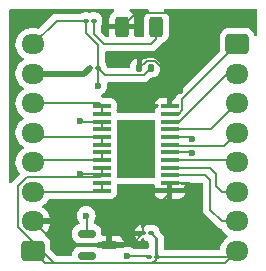
<source format=gbr>
%TF.GenerationSoftware,KiCad,Pcbnew,8.0.2-8.0.2-0~ubuntu22.04.1*%
%TF.CreationDate,2024-06-01T15:22:32+09:00*%
%TF.ProjectId,TB6612,54423636-3132-42e6-9b69-6361645f7063,rev?*%
%TF.SameCoordinates,Original*%
%TF.FileFunction,Copper,L1,Top*%
%TF.FilePolarity,Positive*%
%FSLAX46Y46*%
G04 Gerber Fmt 4.6, Leading zero omitted, Abs format (unit mm)*
G04 Created by KiCad (PCBNEW 8.0.2-8.0.2-0~ubuntu22.04.1) date 2024-06-01 15:22:32*
%MOMM*%
%LPD*%
G01*
G04 APERTURE LIST*
G04 Aperture macros list*
%AMRoundRect*
0 Rectangle with rounded corners*
0 $1 Rounding radius*
0 $2 $3 $4 $5 $6 $7 $8 $9 X,Y pos of 4 corners*
0 Add a 4 corners polygon primitive as box body*
4,1,4,$2,$3,$4,$5,$6,$7,$8,$9,$2,$3,0*
0 Add four circle primitives for the rounded corners*
1,1,$1+$1,$2,$3*
1,1,$1+$1,$4,$5*
1,1,$1+$1,$6,$7*
1,1,$1+$1,$8,$9*
0 Add four rect primitives between the rounded corners*
20,1,$1+$1,$2,$3,$4,$5,0*
20,1,$1+$1,$4,$5,$6,$7,0*
20,1,$1+$1,$6,$7,$8,$9,0*
20,1,$1+$1,$8,$9,$2,$3,0*%
G04 Aperture macros list end*
%TA.AperFunction,SMDPad,CuDef*%
%ADD10RoundRect,0.100000X-0.675000X-0.100000X0.675000X-0.100000X0.675000X0.100000X-0.675000X0.100000X0*%
%TD*%
%TA.AperFunction,HeatsinkPad*%
%ADD11R,3.200000X5.000000*%
%TD*%
%TA.AperFunction,SMDPad,CuDef*%
%ADD12RoundRect,0.250000X-0.312500X-0.625000X0.312500X-0.625000X0.312500X0.625000X-0.312500X0.625000X0*%
%TD*%
%TA.AperFunction,SMDPad,CuDef*%
%ADD13RoundRect,0.100000X-0.130000X-0.100000X0.130000X-0.100000X0.130000X0.100000X-0.130000X0.100000X0*%
%TD*%
%TA.AperFunction,ComponentPad*%
%ADD14RoundRect,0.250000X-0.725000X0.600000X-0.725000X-0.600000X0.725000X-0.600000X0.725000X0.600000X0*%
%TD*%
%TA.AperFunction,ComponentPad*%
%ADD15O,1.950000X1.700000*%
%TD*%
%TA.AperFunction,ComponentPad*%
%ADD16RoundRect,0.250000X0.725000X-0.600000X0.725000X0.600000X-0.725000X0.600000X-0.725000X-0.600000X0*%
%TD*%
%TA.AperFunction,SMDPad,CuDef*%
%ADD17RoundRect,0.150000X-0.587500X-0.150000X0.587500X-0.150000X0.587500X0.150000X-0.587500X0.150000X0*%
%TD*%
%TA.AperFunction,SMDPad,CuDef*%
%ADD18RoundRect,0.140000X-0.140000X-0.170000X0.140000X-0.170000X0.140000X0.170000X-0.140000X0.170000X0*%
%TD*%
%TA.AperFunction,SMDPad,CuDef*%
%ADD19RoundRect,0.100000X0.130000X0.100000X-0.130000X0.100000X-0.130000X-0.100000X0.130000X-0.100000X0*%
%TD*%
%TA.AperFunction,ViaPad*%
%ADD20C,0.600000*%
%TD*%
%TA.AperFunction,Conductor*%
%ADD21C,0.200000*%
%TD*%
%TA.AperFunction,Conductor*%
%ADD22C,0.500000*%
%TD*%
G04 APERTURE END LIST*
D10*
%TO.P,U1,1,AO1*%
%TO.N,Net-(J1-Pin_6)*%
X140325000Y-89255000D03*
%TO.P,U1,2,AO1*%
X140325000Y-89905000D03*
%TO.P,U1,3,PGND1*%
%TO.N,8*%
X140325000Y-90555000D03*
%TO.P,U1,4,PGND1*%
X140325000Y-91205000D03*
%TO.P,U1,5,AO2*%
%TO.N,Net-(J1-Pin_5)*%
X140325000Y-91855000D03*
%TO.P,U1,6,AO2*%
X140325000Y-92505000D03*
%TO.P,U1,7,BO2*%
%TO.N,Net-(J1-Pin_4)*%
X140325000Y-93155000D03*
%TO.P,U1,8,BO2*%
X140325000Y-93805000D03*
%TO.P,U1,9,PGND2*%
%TO.N,8*%
X140325000Y-94455000D03*
%TO.P,U1,10,PGND2*%
X140325000Y-95105000D03*
%TO.P,U1,11,BO1*%
%TO.N,Net-(J1-Pin_3)*%
X140325000Y-95755000D03*
%TO.P,U1,12,BO1*%
X140325000Y-96405000D03*
%TO.P,U1,13,VM2*%
%TO.N,VM*%
X146075000Y-96405000D03*
%TO.P,U1,14,VM3*%
X146075000Y-95755000D03*
%TO.P,U1,15,PWMB*%
%TO.N,Net-(J2-Pin_7)*%
X146075000Y-95105000D03*
%TO.P,U1,16,BIN2*%
%TO.N,Net-(J2-Pin_6)*%
X146075000Y-94455000D03*
%TO.P,U1,17,BIN1*%
%TO.N,Net-(J2-Pin_5)*%
X146075000Y-93805000D03*
%TO.P,U1,18,GND*%
%TO.N,8*%
X146075000Y-93155000D03*
%TO.P,U1,19,STBY*%
%TO.N,Net-(J2-Pin_4)*%
X146075000Y-92505000D03*
%TO.P,U1,20,Vcc*%
%TO.N,VCC*%
X146075000Y-91855000D03*
%TO.P,U1,21,AIN1*%
%TO.N,Net-(J2-Pin_3)*%
X146075000Y-91205000D03*
%TO.P,U1,22,AIN2*%
%TO.N,Net-(J2-Pin_2)*%
X146075000Y-90555000D03*
%TO.P,U1,23,PWMA*%
%TO.N,Net-(J2-Pin_1)*%
X146075000Y-89905000D03*
%TO.P,U1,24,VM1*%
%TO.N,VM*%
X146075000Y-89255000D03*
D11*
%TO.P,U1,25*%
%TO.N,N/C*%
X143200000Y-92830000D03*
%TD*%
D12*
%TO.P,R2,1*%
%TO.N,VM*%
X142037500Y-82500000D03*
%TO.P,R2,2*%
%TO.N,Net-(C1-Pad1)*%
X144962500Y-82500000D03*
%TD*%
D13*
%TO.P,R1,1*%
%TO.N,Net-(D1-A)*%
X144360000Y-102000000D03*
%TO.P,R1,2*%
%TO.N,8*%
X145000000Y-102000000D03*
%TD*%
D14*
%TO.P,J2,1,Pin_1*%
%TO.N,Net-(J2-Pin_1)*%
X151800000Y-84000000D03*
D15*
%TO.P,J2,2,Pin_2*%
%TO.N,Net-(J2-Pin_2)*%
X151800000Y-86500000D03*
%TO.P,J2,3,Pin_3*%
%TO.N,Net-(J2-Pin_3)*%
X151800000Y-89000000D03*
%TO.P,J2,4,Pin_4*%
%TO.N,Net-(J2-Pin_4)*%
X151800000Y-91500000D03*
%TO.P,J2,5,Pin_5*%
%TO.N,Net-(J2-Pin_5)*%
X151800000Y-94000000D03*
%TO.P,J2,6,Pin_6*%
%TO.N,Net-(J2-Pin_6)*%
X151800000Y-96500000D03*
%TO.P,J2,7,Pin_7*%
%TO.N,Net-(J2-Pin_7)*%
X151800000Y-99000000D03*
%TO.P,J2,8,Pin_8*%
%TO.N,8*%
X151800000Y-101500000D03*
%TD*%
%TO.P,J1,8,Pin_8*%
%TO.N,8*%
X134500000Y-84000000D03*
%TO.P,J1,7,Pin_7*%
%TO.N,VCC*%
X134500000Y-86500000D03*
%TO.P,J1,6,Pin_6*%
%TO.N,Net-(J1-Pin_6)*%
X134500000Y-89000000D03*
%TO.P,J1,5,Pin_5*%
%TO.N,Net-(J1-Pin_5)*%
X134500000Y-91500000D03*
%TO.P,J1,4,Pin_4*%
%TO.N,Net-(J1-Pin_4)*%
X134500000Y-94000000D03*
%TO.P,J1,3,Pin_3*%
%TO.N,Net-(J1-Pin_3)*%
X134500000Y-96500000D03*
%TO.P,J1,2,Pin_2*%
%TO.N,VM*%
X134500000Y-99000000D03*
D16*
%TO.P,J1,1,Pin_1*%
%TO.N,8*%
X134500000Y-101500000D03*
%TD*%
D17*
%TO.P,D1,1,A*%
%TO.N,Net-(D1-A)*%
X139062500Y-100050000D03*
%TO.P,D1,2,NC*%
%TO.N,unconnected-(D1-NC-Pad2)*%
X139062500Y-101950000D03*
%TO.P,D1,3,K*%
%TO.N,VM*%
X140937500Y-101000000D03*
%TD*%
D18*
%TO.P,C4,1*%
%TO.N,VM*%
X143520000Y-86000000D03*
%TO.P,C4,2*%
%TO.N,8*%
X144480000Y-86000000D03*
%TD*%
D13*
%TO.P,C3,1*%
%TO.N,VM*%
X143860000Y-100000000D03*
%TO.P,C3,2*%
%TO.N,8*%
X144500000Y-100000000D03*
%TD*%
%TO.P,C2,1*%
%TO.N,VCC*%
X139360000Y-86000000D03*
%TO.P,C2,2*%
%TO.N,8*%
X140000000Y-86000000D03*
%TD*%
D19*
%TO.P,C1,1*%
%TO.N,Net-(C1-Pad1)*%
X139640000Y-82000000D03*
%TO.P,C1,2*%
%TO.N,8*%
X139000000Y-82000000D03*
%TD*%
D20*
%TO.N,8*%
X138500000Y-90500000D03*
X140000000Y-87500000D03*
X138500000Y-95000000D03*
X148000000Y-93205000D03*
%TO.N,VM*%
X146975735Y-87975735D03*
X148000000Y-96000000D03*
%TO.N,Net-(D1-A)*%
X142500000Y-101950000D03*
X139000000Y-98500000D03*
%TO.N,VCC*%
X148000000Y-92000000D03*
%TD*%
D21*
%TO.N,8*%
X144500000Y-100000000D02*
X144890000Y-100390000D01*
X144890000Y-100390000D02*
X144890000Y-102268456D01*
X144890000Y-102268456D02*
X144608456Y-102550000D01*
X144608456Y-102550000D02*
X136298654Y-102550000D01*
X136298654Y-102550000D02*
X133225000Y-99476346D01*
X133225000Y-99476346D02*
X133225000Y-96023654D01*
X140175000Y-95255000D02*
X140325000Y-95105000D01*
X133225000Y-96023654D02*
X133993654Y-95255000D01*
X133993654Y-95255000D02*
X140175000Y-95255000D01*
X140325000Y-90555000D02*
X138555000Y-90555000D01*
X138555000Y-90555000D02*
X138500000Y-90500000D01*
X140325000Y-90555000D02*
X140325000Y-91205000D01*
X140000000Y-87500000D02*
X140000000Y-86000000D01*
X146075000Y-93155000D02*
X147950000Y-93155000D01*
X147950000Y-93155000D02*
X148000000Y-93205000D01*
X138500000Y-95000000D02*
X140220000Y-95000000D01*
X140220000Y-95000000D02*
X140325000Y-95105000D01*
X140325000Y-94455000D02*
X140325000Y-95105000D01*
%TO.N,VM*%
X146075000Y-95755000D02*
X147755000Y-95755000D01*
X147755000Y-95755000D02*
X148000000Y-96000000D01*
X146975735Y-87975735D02*
X146075000Y-88876470D01*
X146075000Y-88876470D02*
X146075000Y-89255000D01*
%TO.N,Net-(D1-A)*%
X139062500Y-100050000D02*
X139062500Y-98562500D01*
X139062500Y-98562500D02*
X139000000Y-98500000D01*
X142500000Y-101950000D02*
X144310000Y-101950000D01*
X144310000Y-101950000D02*
X144360000Y-102000000D01*
%TO.N,8*%
X134500000Y-101500000D02*
X135550000Y-102550000D01*
X135550000Y-102550000D02*
X150750000Y-102550000D01*
X150750000Y-102550000D02*
X151800000Y-101500000D01*
%TO.N,Net-(J2-Pin_4)*%
X151800000Y-91500000D02*
X150700000Y-92600000D01*
X150700000Y-92600000D02*
X146170000Y-92600000D01*
X146170000Y-92600000D02*
X146075000Y-92505000D01*
%TO.N,Net-(J1-Pin_6)*%
X140325000Y-89255000D02*
X140325000Y-89905000D01*
X134500000Y-89000000D02*
X140070000Y-89000000D01*
X140070000Y-89000000D02*
X140325000Y-89255000D01*
%TO.N,Net-(J1-Pin_5)*%
X140325000Y-91855000D02*
X140325000Y-92505000D01*
X134500000Y-91500000D02*
X134855000Y-91855000D01*
X134855000Y-91855000D02*
X140325000Y-91855000D01*
%TO.N,Net-(J1-Pin_4)*%
X140325000Y-93155000D02*
X140325000Y-93805000D01*
X134500000Y-94000000D02*
X134695000Y-93805000D01*
X134695000Y-93805000D02*
X140325000Y-93805000D01*
%TO.N,Net-(J1-Pin_3)*%
X140325000Y-95755000D02*
X140325000Y-96405000D01*
X134500000Y-96500000D02*
X140230000Y-96500000D01*
X140230000Y-96500000D02*
X140325000Y-96405000D01*
%TO.N,VCC*%
X147855000Y-91855000D02*
X148000000Y-92000000D01*
X146075000Y-91855000D02*
X147855000Y-91855000D01*
%TO.N,Net-(J2-Pin_3)*%
X146075000Y-91205000D02*
X149595000Y-91205000D01*
X149595000Y-91205000D02*
X151800000Y-89000000D01*
%TO.N,Net-(J2-Pin_2)*%
X146075000Y-90555000D02*
X146849999Y-90555000D01*
X146849999Y-90555000D02*
X150904999Y-86500000D01*
X150904999Y-86500000D02*
X151800000Y-86500000D01*
%TO.N,Net-(J2-Pin_1)*%
X151800000Y-84000000D02*
X147150000Y-88650000D01*
X147150000Y-88650000D02*
X147150000Y-89604999D01*
X147150000Y-89604999D02*
X146849999Y-89905000D01*
X146849999Y-89905000D02*
X146075000Y-89905000D01*
%TO.N,VM*%
X146075000Y-89255000D02*
X146075000Y-86658866D01*
X146075000Y-86658866D02*
X144806134Y-85390000D01*
X144806134Y-85390000D02*
X144130000Y-85390000D01*
X144130000Y-85390000D02*
X143520000Y-86000000D01*
%TO.N,8*%
X140000000Y-86000000D02*
X140000000Y-84065686D01*
X140000000Y-84065686D02*
X139000000Y-83065686D01*
X139000000Y-83065686D02*
X139000000Y-82000000D01*
X144480000Y-86000000D02*
X143870000Y-86610000D01*
X143870000Y-86610000D02*
X140610000Y-86610000D01*
X140610000Y-86610000D02*
X140000000Y-86000000D01*
%TO.N,VM*%
X143520000Y-86000000D02*
X143520000Y-85480000D01*
X143520000Y-85480000D02*
X144000000Y-85000000D01*
X142037500Y-82500000D02*
X143212500Y-81325000D01*
X143212500Y-81325000D02*
X146325000Y-81325000D01*
X146325000Y-81325000D02*
X147000000Y-82000000D01*
X147000000Y-82000000D02*
X147000000Y-84500000D01*
X147000000Y-84500000D02*
X146500000Y-85000000D01*
X146500000Y-85000000D02*
X144000000Y-85000000D01*
%TO.N,Net-(C1-Pad1)*%
X140500000Y-84000000D02*
X144500000Y-84000000D01*
X139640000Y-82000000D02*
X139640000Y-83140000D01*
X144500000Y-84000000D02*
X144962500Y-83537500D01*
X139640000Y-83140000D02*
X140500000Y-84000000D01*
X144962500Y-83537500D02*
X144962500Y-82500000D01*
%TO.N,8*%
X134500000Y-84000000D02*
X136500000Y-82000000D01*
X136500000Y-82000000D02*
X139000000Y-82000000D01*
%TO.N,VM*%
X134500000Y-99000000D02*
X136500000Y-101000000D01*
X136500000Y-101000000D02*
X140937500Y-101000000D01*
X146075000Y-96405000D02*
X146075000Y-96575000D01*
X146075000Y-96575000D02*
X143860000Y-98790000D01*
X143860000Y-98790000D02*
X143860000Y-100000000D01*
X146075000Y-95755000D02*
X146075000Y-96405000D01*
%TO.N,Net-(J2-Pin_7)*%
X151800000Y-99000000D02*
X150500000Y-99000000D01*
X150500000Y-99000000D02*
X149500000Y-98000000D01*
X149500000Y-98000000D02*
X149500000Y-95500000D01*
X149500000Y-95500000D02*
X149105000Y-95105000D01*
X149105000Y-95105000D02*
X146075000Y-95105000D01*
%TO.N,Net-(J2-Pin_6)*%
X151800000Y-96500000D02*
X150500000Y-96500000D01*
X149455000Y-94455000D02*
X146075000Y-94455000D01*
X150500000Y-96500000D02*
X150000000Y-96000000D01*
X150000000Y-96000000D02*
X150000000Y-95000000D01*
X150000000Y-95000000D02*
X149455000Y-94455000D01*
%TO.N,Net-(J2-Pin_5)*%
X151800000Y-94000000D02*
X151605000Y-93805000D01*
X151605000Y-93805000D02*
X146075000Y-93805000D01*
%TO.N,8*%
X145000000Y-102000000D02*
X151300000Y-102000000D01*
X151300000Y-102000000D02*
X151800000Y-101500000D01*
X144500000Y-100000000D02*
X145000000Y-100500000D01*
X145000000Y-100500000D02*
X145000000Y-102000000D01*
%TO.N,VM*%
X140937500Y-101000000D02*
X142860000Y-101000000D01*
X142860000Y-101000000D02*
X143860000Y-100000000D01*
D22*
%TO.N,VCC*%
X134500000Y-86500000D02*
X138820000Y-86500000D01*
X138820000Y-86500000D02*
X139320000Y-86000000D01*
%TD*%
%TA.AperFunction,Conductor*%
%TO.N,VCC*%
G36*
X138539844Y-86249248D02*
G01*
X138608297Y-86257836D01*
X138661916Y-86302633D01*
X138673385Y-86324087D01*
X138705899Y-86402586D01*
X138802079Y-86527929D01*
X138807469Y-86533319D01*
X138840954Y-86594642D01*
X138835970Y-86664334D01*
X138794098Y-86720267D01*
X138728634Y-86744684D01*
X138719788Y-86745000D01*
X135812221Y-86745000D01*
X135812212Y-86745000D01*
X135812207Y-86745001D01*
X135764247Y-86749466D01*
X135752753Y-86750000D01*
X134904146Y-86750000D01*
X134942630Y-86683343D01*
X134975000Y-86562535D01*
X134975000Y-86437465D01*
X134942630Y-86316657D01*
X134904146Y-86250000D01*
X135768576Y-86250000D01*
X135786222Y-86251262D01*
X135812221Y-86255000D01*
X135812224Y-86255000D01*
X138457772Y-86255000D01*
X138467918Y-86254455D01*
X138511810Y-86252103D01*
X138511818Y-86252102D01*
X138511820Y-86252102D01*
X138511821Y-86252102D01*
X138519632Y-86251262D01*
X138538168Y-86249269D01*
X138538172Y-86249268D01*
X138538175Y-86249268D01*
X138538971Y-86249139D01*
X138539055Y-86249149D01*
X138539817Y-86249047D01*
X138539844Y-86249248D01*
G37*
%TD.AperFunction*%
%TD*%
%TA.AperFunction,Conductor*%
%TO.N,VM*%
G36*
X148842539Y-95725185D02*
G01*
X148888294Y-95777989D01*
X148899500Y-95829500D01*
X148899500Y-97913330D01*
X148899499Y-97913348D01*
X148899499Y-98079054D01*
X148899498Y-98079054D01*
X148940424Y-98231789D01*
X148940425Y-98231790D01*
X148961455Y-98268214D01*
X148961456Y-98268216D01*
X149019475Y-98368709D01*
X149019481Y-98368717D01*
X149138349Y-98487585D01*
X149138354Y-98487589D01*
X150131284Y-99480520D01*
X150131286Y-99480521D01*
X150131290Y-99480524D01*
X150249991Y-99549055D01*
X150268216Y-99559577D01*
X150418952Y-99599967D01*
X150478610Y-99636331D01*
X150497340Y-99663445D01*
X150519949Y-99707817D01*
X150644890Y-99879786D01*
X150795209Y-100030105D01*
X150795214Y-100030109D01*
X150959793Y-100149682D01*
X151002459Y-100205011D01*
X151008438Y-100274625D01*
X150975833Y-100336420D01*
X150959793Y-100350318D01*
X150795214Y-100469890D01*
X150795209Y-100469894D01*
X150644890Y-100620213D01*
X150519951Y-100792179D01*
X150423444Y-100981585D01*
X150357753Y-101183759D01*
X150340151Y-101294898D01*
X150310222Y-101358033D01*
X150250910Y-101394964D01*
X150217678Y-101399500D01*
X145724500Y-101399500D01*
X145657461Y-101379815D01*
X145611706Y-101327011D01*
X145600500Y-101275500D01*
X145600500Y-100589060D01*
X145600501Y-100589047D01*
X145600501Y-100420944D01*
X145598543Y-100413637D01*
X145559577Y-100268216D01*
X145534844Y-100225376D01*
X145480524Y-100131290D01*
X145480518Y-100131282D01*
X145263390Y-99914154D01*
X145229905Y-99852831D01*
X145228132Y-99842656D01*
X145215046Y-99743246D01*
X145215044Y-99743241D01*
X145215044Y-99743238D01*
X145154536Y-99597159D01*
X145058282Y-99471718D01*
X144932841Y-99375464D01*
X144786762Y-99314956D01*
X144786760Y-99314955D01*
X144669361Y-99299500D01*
X144330637Y-99299500D01*
X144213236Y-99314955D01*
X144211111Y-99315525D01*
X144208910Y-99315525D01*
X144205181Y-99316016D01*
X144205116Y-99315525D01*
X144154815Y-99315525D01*
X144154687Y-99316505D01*
X144147251Y-99315525D01*
X144146937Y-99315526D01*
X144146633Y-99315444D01*
X144060000Y-99304038D01*
X144060000Y-99319807D01*
X144040315Y-99386846D01*
X144011488Y-99418181D01*
X143941718Y-99471718D01*
X143882374Y-99549056D01*
X143825948Y-99590257D01*
X143756202Y-99594412D01*
X143695281Y-99560199D01*
X143662529Y-99498482D01*
X143660000Y-99473568D01*
X143660000Y-99304038D01*
X143573369Y-99315444D01*
X143573365Y-99315445D01*
X143427413Y-99375899D01*
X143302075Y-99472075D01*
X143205899Y-99597413D01*
X143145444Y-99743368D01*
X143137987Y-99800000D01*
X143645500Y-99800000D01*
X143712539Y-99819685D01*
X143758294Y-99872489D01*
X143769500Y-99923999D01*
X143769501Y-100075999D01*
X143749817Y-100143039D01*
X143697013Y-100188794D01*
X143645501Y-100200000D01*
X143137990Y-100200000D01*
X143137988Y-100200001D01*
X143145442Y-100256627D01*
X143145444Y-100256633D01*
X143205899Y-100402585D01*
X143302075Y-100527924D01*
X143427413Y-100624100D01*
X143573365Y-100684554D01*
X143573369Y-100684555D01*
X143660000Y-100695961D01*
X143660000Y-100526431D01*
X143679685Y-100459392D01*
X143732489Y-100413637D01*
X143801647Y-100403693D01*
X143865203Y-100432718D01*
X143882372Y-100450941D01*
X143941718Y-100528282D01*
X144011487Y-100581817D01*
X144052689Y-100638243D01*
X144060000Y-100680192D01*
X144060000Y-100695959D01*
X144060001Y-100695960D01*
X144149317Y-100684203D01*
X144218352Y-100694969D01*
X144270607Y-100741350D01*
X144289500Y-100807142D01*
X144289500Y-101177740D01*
X144269815Y-101244779D01*
X144217011Y-101290534D01*
X144181684Y-101300679D01*
X144073246Y-101314954D01*
X144073237Y-101314956D01*
X144012630Y-101340061D01*
X143965177Y-101349500D01*
X143082412Y-101349500D01*
X143015373Y-101329815D01*
X143005097Y-101322445D01*
X143002263Y-101320185D01*
X143002262Y-101320184D01*
X142941364Y-101281919D01*
X142849523Y-101224211D01*
X142679254Y-101164631D01*
X142679249Y-101164630D01*
X142500004Y-101144435D01*
X142499996Y-101144435D01*
X142320750Y-101164630D01*
X142320745Y-101164631D01*
X142150478Y-101224210D01*
X142139685Y-101230993D01*
X142073711Y-101250000D01*
X140031815Y-101250000D01*
X139968694Y-101232732D01*
X139910396Y-101198255D01*
X139910393Y-101198254D01*
X139752573Y-101152402D01*
X139752567Y-101152401D01*
X139715701Y-101149500D01*
X139715694Y-101149500D01*
X138409306Y-101149500D01*
X138409298Y-101149500D01*
X138372432Y-101152401D01*
X138372426Y-101152402D01*
X138214606Y-101198254D01*
X138214603Y-101198255D01*
X138073137Y-101281917D01*
X138073129Y-101281923D01*
X137956923Y-101398129D01*
X137956917Y-101398137D01*
X137873255Y-101539603D01*
X137873254Y-101539606D01*
X137827402Y-101697426D01*
X137827401Y-101697432D01*
X137824500Y-101734298D01*
X137824500Y-101825500D01*
X137804815Y-101892539D01*
X137752011Y-101938294D01*
X137700500Y-101949500D01*
X136598751Y-101949500D01*
X136531712Y-101929815D01*
X136511070Y-101913181D01*
X136011818Y-101413929D01*
X135978333Y-101352606D01*
X135975499Y-101326248D01*
X135975499Y-100849998D01*
X135975498Y-100849981D01*
X135964999Y-100747203D01*
X135964998Y-100747200D01*
X135909814Y-100580666D01*
X135817712Y-100431344D01*
X135693656Y-100307288D01*
X135544334Y-100215186D01*
X135544332Y-100215185D01*
X135538440Y-100211551D01*
X135491716Y-100159603D01*
X135480493Y-100090641D01*
X135508337Y-100026558D01*
X135515856Y-100018330D01*
X135654728Y-99879458D01*
X135687538Y-99834298D01*
X137824500Y-99834298D01*
X137824500Y-100265701D01*
X137827401Y-100302567D01*
X137827402Y-100302573D01*
X137873254Y-100460393D01*
X137873255Y-100460396D01*
X137956917Y-100601862D01*
X137956923Y-100601870D01*
X138073129Y-100718076D01*
X138073133Y-100718079D01*
X138073135Y-100718081D01*
X138214602Y-100801744D01*
X138233182Y-100807142D01*
X138372426Y-100847597D01*
X138372429Y-100847597D01*
X138372431Y-100847598D01*
X138409306Y-100850500D01*
X138409314Y-100850500D01*
X139715686Y-100850500D01*
X139715694Y-100850500D01*
X139752569Y-100847598D01*
X139752571Y-100847597D01*
X139752573Y-100847597D01*
X139794191Y-100835505D01*
X139910398Y-100801744D01*
X139968694Y-100767268D01*
X140031815Y-100750000D01*
X140687500Y-100750000D01*
X141187500Y-100750000D01*
X142172295Y-100750000D01*
X142172295Y-100749998D01*
X142172100Y-100747513D01*
X142126281Y-100589801D01*
X142042685Y-100448447D01*
X142042678Y-100448438D01*
X141926561Y-100332321D01*
X141926552Y-100332314D01*
X141785196Y-100248717D01*
X141785193Y-100248716D01*
X141627495Y-100202900D01*
X141627489Y-100202899D01*
X141590649Y-100200000D01*
X141187500Y-100200000D01*
X141187500Y-100750000D01*
X140687500Y-100750000D01*
X140687500Y-100200000D01*
X140424500Y-100200000D01*
X140357461Y-100180315D01*
X140311706Y-100127511D01*
X140300500Y-100076000D01*
X140300500Y-99834313D01*
X140300499Y-99834298D01*
X140297598Y-99797432D01*
X140297597Y-99797426D01*
X140251745Y-99639606D01*
X140251744Y-99639603D01*
X140251744Y-99639602D01*
X140168081Y-99498135D01*
X140168079Y-99498133D01*
X140168076Y-99498129D01*
X140051870Y-99381923D01*
X140051862Y-99381917D01*
X139946839Y-99319807D01*
X139910398Y-99298256D01*
X139910397Y-99298255D01*
X139910396Y-99298255D01*
X139910395Y-99298254D01*
X139752404Y-99252353D01*
X139693519Y-99214746D01*
X139664313Y-99151274D01*
X139663000Y-99133277D01*
X139663000Y-98985174D01*
X139682006Y-98919202D01*
X139725789Y-98849522D01*
X139785368Y-98679255D01*
X139799101Y-98557370D01*
X139805565Y-98500003D01*
X139805565Y-98499996D01*
X139785369Y-98320750D01*
X139785368Y-98320745D01*
X139754241Y-98231789D01*
X139725789Y-98150478D01*
X139629816Y-97997738D01*
X139502262Y-97870184D01*
X139470647Y-97850319D01*
X139349523Y-97774211D01*
X139179254Y-97714631D01*
X139179249Y-97714630D01*
X139000004Y-97694435D01*
X138999996Y-97694435D01*
X138820750Y-97714630D01*
X138820745Y-97714631D01*
X138650476Y-97774211D01*
X138497737Y-97870184D01*
X138370184Y-97997737D01*
X138274211Y-98150476D01*
X138214631Y-98320745D01*
X138214630Y-98320750D01*
X138194435Y-98499996D01*
X138194435Y-98500003D01*
X138214630Y-98679249D01*
X138214631Y-98679254D01*
X138274211Y-98849523D01*
X138370184Y-99002262D01*
X138416256Y-99048334D01*
X138449741Y-99109657D01*
X138444757Y-99179349D01*
X138402885Y-99235282D01*
X138363171Y-99255091D01*
X138214604Y-99298254D01*
X138214603Y-99298255D01*
X138073137Y-99381917D01*
X138073129Y-99381923D01*
X137956923Y-99498129D01*
X137956917Y-99498137D01*
X137873255Y-99639603D01*
X137873254Y-99639606D01*
X137827402Y-99797426D01*
X137827401Y-99797432D01*
X137824500Y-99834298D01*
X135687538Y-99834298D01*
X135779620Y-99707557D01*
X135876095Y-99518217D01*
X135941757Y-99316129D01*
X135941757Y-99316126D01*
X135952231Y-99250000D01*
X134904146Y-99250000D01*
X134942630Y-99183343D01*
X134975000Y-99062535D01*
X134975000Y-98937465D01*
X134942630Y-98816657D01*
X134904146Y-98750000D01*
X135952231Y-98750000D01*
X135941757Y-98683873D01*
X135941757Y-98683870D01*
X135876095Y-98481782D01*
X135779620Y-98292442D01*
X135654727Y-98120540D01*
X135654723Y-98120535D01*
X135504464Y-97970276D01*
X135504459Y-97970272D01*
X135339781Y-97850627D01*
X135297115Y-97795297D01*
X135291136Y-97725684D01*
X135323741Y-97663889D01*
X135339776Y-97649994D01*
X135504792Y-97530104D01*
X135655104Y-97379792D01*
X135655106Y-97379788D01*
X135655109Y-97379786D01*
X135713661Y-97299193D01*
X135780051Y-97207816D01*
X135780349Y-97207230D01*
X135800235Y-97168205D01*
X135848209Y-97117409D01*
X135910719Y-97100500D01*
X139564534Y-97100500D01*
X139580718Y-97101560D01*
X139610639Y-97105500D01*
X141039360Y-97105499D01*
X141039363Y-97105499D01*
X141156753Y-97090046D01*
X141156757Y-97090044D01*
X141156762Y-97090044D01*
X141302841Y-97029536D01*
X141428282Y-96933282D01*
X141524536Y-96807841D01*
X141585044Y-96661762D01*
X141592517Y-96605001D01*
X144807988Y-96605001D01*
X144815442Y-96661627D01*
X144815444Y-96661633D01*
X144875899Y-96807585D01*
X144972075Y-96932924D01*
X145097413Y-97029100D01*
X145243365Y-97089554D01*
X145243369Y-97089555D01*
X145360676Y-97104999D01*
X145874999Y-97104999D01*
X146275000Y-97104999D01*
X146789324Y-97104999D01*
X146906628Y-97089557D01*
X146906633Y-97089555D01*
X147052585Y-97029100D01*
X147177924Y-96932924D01*
X147274100Y-96807586D01*
X147334555Y-96661631D01*
X147342012Y-96605000D01*
X146275000Y-96605000D01*
X146275000Y-97104999D01*
X145874999Y-97104999D01*
X145875000Y-97104998D01*
X145875000Y-96605000D01*
X144807990Y-96605000D01*
X144807988Y-96605001D01*
X141592517Y-96605001D01*
X141600500Y-96544361D01*
X141600499Y-96265640D01*
X141585044Y-96148238D01*
X141576434Y-96127454D01*
X141568965Y-96057986D01*
X141576435Y-96032545D01*
X141585044Y-96011762D01*
X141592517Y-95955000D01*
X141594714Y-95938313D01*
X141622981Y-95874417D01*
X141681306Y-95835946D01*
X141717653Y-95830499D01*
X144682853Y-95830499D01*
X144749892Y-95850184D01*
X144795647Y-95902988D01*
X144805792Y-95938315D01*
X144815442Y-96011628D01*
X144815443Y-96011629D01*
X144824108Y-96032549D01*
X144831576Y-96102018D01*
X144824109Y-96127449D01*
X144815443Y-96148370D01*
X144807987Y-96205000D01*
X145875000Y-96205000D01*
X145875000Y-95929499D01*
X145894685Y-95862460D01*
X145947489Y-95816705D01*
X145998997Y-95805499D01*
X146151001Y-95805499D01*
X146218039Y-95825184D01*
X146263794Y-95877988D01*
X146275000Y-95929499D01*
X146275000Y-96205000D01*
X147342010Y-96205000D01*
X147342011Y-96204998D01*
X147334558Y-96148377D01*
X147334555Y-96148368D01*
X147325892Y-96127453D01*
X147318423Y-96057983D01*
X147325892Y-96032546D01*
X147334556Y-96011629D01*
X147342012Y-95955000D01*
X147124303Y-95955000D01*
X147057264Y-95935315D01*
X147011509Y-95882511D01*
X147001565Y-95813353D01*
X147030590Y-95749797D01*
X147048796Y-95732640D01*
X147050750Y-95731140D01*
X147115914Y-95705932D01*
X147126257Y-95705500D01*
X148775500Y-95705500D01*
X148842539Y-95725185D01*
G37*
%TD.AperFunction*%
%TA.AperFunction,Conductor*%
G36*
X141343948Y-81020185D02*
G01*
X141389703Y-81072989D01*
X141399647Y-81142147D01*
X141370622Y-81205703D01*
X141342006Y-81230039D01*
X141256654Y-81282684D01*
X141132684Y-81406654D01*
X141040643Y-81555875D01*
X141040641Y-81555880D01*
X140985494Y-81722302D01*
X140985493Y-81722309D01*
X140975000Y-81825013D01*
X140975000Y-82250000D01*
X143099999Y-82250000D01*
X143099999Y-81825028D01*
X143099998Y-81825013D01*
X143089505Y-81722302D01*
X143034358Y-81555880D01*
X143034356Y-81555875D01*
X142942315Y-81406654D01*
X142818345Y-81282684D01*
X142732994Y-81230039D01*
X142686270Y-81178091D01*
X142675047Y-81109128D01*
X142702891Y-81045046D01*
X142760960Y-81006190D01*
X142798091Y-81000500D01*
X144200957Y-81000500D01*
X144267996Y-81020185D01*
X144313751Y-81072989D01*
X144323695Y-81142147D01*
X144294670Y-81205703D01*
X144266054Y-81230039D01*
X144181342Y-81282289D01*
X144057289Y-81406342D01*
X143965187Y-81555663D01*
X143965185Y-81555668D01*
X143951436Y-81597160D01*
X143910001Y-81722203D01*
X143910001Y-81722204D01*
X143910000Y-81722204D01*
X143899500Y-81824983D01*
X143899500Y-83175001D01*
X143899501Y-83175019D01*
X143908479Y-83262899D01*
X143895709Y-83331592D01*
X143847828Y-83382476D01*
X143785121Y-83399500D01*
X143214376Y-83399500D01*
X143147337Y-83379815D01*
X143101582Y-83327011D01*
X143091018Y-83262897D01*
X143099999Y-83174986D01*
X143100000Y-83174973D01*
X143100000Y-82750000D01*
X140975001Y-82750000D01*
X140975001Y-83174989D01*
X140983982Y-83262899D01*
X140971212Y-83331592D01*
X140923331Y-83382476D01*
X140860624Y-83399500D01*
X140800098Y-83399500D01*
X140733059Y-83379815D01*
X140712417Y-83363181D01*
X140276819Y-82927583D01*
X140243334Y-82866260D01*
X140240500Y-82839902D01*
X140240500Y-82515354D01*
X140260185Y-82448315D01*
X140266113Y-82439881D01*
X140294536Y-82402841D01*
X140355044Y-82256762D01*
X140370500Y-82139361D01*
X140370499Y-81860640D01*
X140370499Y-81860636D01*
X140355046Y-81743246D01*
X140355044Y-81743241D01*
X140355044Y-81743238D01*
X140294536Y-81597159D01*
X140198282Y-81471718D01*
X140072841Y-81375464D01*
X139959998Y-81328723D01*
X139926762Y-81314956D01*
X139926760Y-81314955D01*
X139809361Y-81299500D01*
X139470636Y-81299500D01*
X139353234Y-81314955D01*
X139352083Y-81315264D01*
X139350891Y-81315264D01*
X139345179Y-81316016D01*
X139345080Y-81315264D01*
X139294919Y-81315264D01*
X139294820Y-81316017D01*
X139289107Y-81315264D01*
X139287917Y-81315265D01*
X139286765Y-81314956D01*
X139169361Y-81299500D01*
X138830636Y-81299500D01*
X138713246Y-81314953D01*
X138713234Y-81314957D01*
X138567163Y-81375461D01*
X138560124Y-81379526D01*
X138559117Y-81377783D01*
X138504068Y-81399069D01*
X138493743Y-81399500D01*
X136579057Y-81399500D01*
X136420943Y-81399500D01*
X136268215Y-81440423D01*
X136268214Y-81440423D01*
X136268212Y-81440424D01*
X136268209Y-81440425D01*
X136218096Y-81469359D01*
X136218095Y-81469360D01*
X136214011Y-81471718D01*
X136131285Y-81519479D01*
X136131282Y-81519481D01*
X136019478Y-81631286D01*
X135009025Y-82641738D01*
X134947702Y-82675223D01*
X134901946Y-82676530D01*
X134731287Y-82649500D01*
X134268713Y-82649500D01*
X134220042Y-82657208D01*
X134058760Y-82682753D01*
X133856585Y-82748444D01*
X133667179Y-82844951D01*
X133495213Y-82969890D01*
X133344890Y-83120213D01*
X133219951Y-83292179D01*
X133123444Y-83481585D01*
X133057753Y-83683760D01*
X133031580Y-83849010D01*
X133024500Y-83893713D01*
X133024500Y-84106287D01*
X133057754Y-84316243D01*
X133065286Y-84339425D01*
X133123444Y-84518414D01*
X133219951Y-84707820D01*
X133344890Y-84879786D01*
X133495209Y-85030105D01*
X133495214Y-85030109D01*
X133659793Y-85149682D01*
X133702459Y-85205011D01*
X133708438Y-85274625D01*
X133675833Y-85336420D01*
X133659793Y-85350318D01*
X133495214Y-85469890D01*
X133495209Y-85469894D01*
X133344890Y-85620213D01*
X133219951Y-85792179D01*
X133123444Y-85981585D01*
X133057753Y-86183760D01*
X133024500Y-86393713D01*
X133024500Y-86606286D01*
X133056391Y-86807642D01*
X133057754Y-86816243D01*
X133067688Y-86846818D01*
X133123444Y-87018414D01*
X133219951Y-87207820D01*
X133344890Y-87379786D01*
X133495209Y-87530105D01*
X133495214Y-87530109D01*
X133659793Y-87649682D01*
X133702459Y-87705011D01*
X133708438Y-87774625D01*
X133675833Y-87836420D01*
X133659793Y-87850318D01*
X133495214Y-87969890D01*
X133495209Y-87969894D01*
X133344890Y-88120213D01*
X133219951Y-88292179D01*
X133123444Y-88481585D01*
X133057753Y-88683760D01*
X133031081Y-88852160D01*
X133024500Y-88893713D01*
X133024500Y-89106287D01*
X133027858Y-89127489D01*
X133057753Y-89316239D01*
X133057753Y-89316241D01*
X133057754Y-89316243D01*
X133121282Y-89511762D01*
X133123444Y-89518414D01*
X133219951Y-89707820D01*
X133344890Y-89879786D01*
X133495209Y-90030105D01*
X133495214Y-90030109D01*
X133659793Y-90149682D01*
X133702459Y-90205011D01*
X133708438Y-90274625D01*
X133675833Y-90336420D01*
X133659793Y-90350318D01*
X133495214Y-90469890D01*
X133495209Y-90469894D01*
X133344890Y-90620213D01*
X133219951Y-90792179D01*
X133123444Y-90981585D01*
X133057753Y-91183760D01*
X133024500Y-91393713D01*
X133024500Y-91606286D01*
X133056052Y-91805501D01*
X133057754Y-91816243D01*
X133064557Y-91837181D01*
X133123444Y-92018414D01*
X133219951Y-92207820D01*
X133344890Y-92379786D01*
X133495209Y-92530105D01*
X133495214Y-92530109D01*
X133659793Y-92649682D01*
X133702459Y-92705011D01*
X133708438Y-92774625D01*
X133675833Y-92836420D01*
X133659793Y-92850318D01*
X133495214Y-92969890D01*
X133495209Y-92969894D01*
X133344890Y-93120213D01*
X133219951Y-93292179D01*
X133123444Y-93481585D01*
X133057753Y-93683760D01*
X133030606Y-93855164D01*
X133024500Y-93893713D01*
X133024500Y-94106287D01*
X133057754Y-94316243D01*
X133114917Y-94492173D01*
X133123444Y-94518414D01*
X133219951Y-94707820D01*
X133344890Y-94879786D01*
X133348053Y-94883488D01*
X133347178Y-94884234D01*
X133378065Y-94940799D01*
X133373081Y-95010491D01*
X133344580Y-95054838D01*
X132744481Y-95654936D01*
X132744477Y-95654941D01*
X132731887Y-95676749D01*
X132681320Y-95724965D01*
X132612713Y-95738188D01*
X132547848Y-95712220D01*
X132507320Y-95655305D01*
X132500500Y-95614749D01*
X132500500Y-81124500D01*
X132520185Y-81057461D01*
X132572989Y-81011706D01*
X132624500Y-81000500D01*
X141276909Y-81000500D01*
X141343948Y-81020185D01*
G37*
%TD.AperFunction*%
%TA.AperFunction,Conductor*%
G36*
X153442539Y-81020185D02*
G01*
X153488294Y-81072989D01*
X153499500Y-81124500D01*
X153499500Y-83186455D01*
X153479815Y-83253494D01*
X153427011Y-83299249D01*
X153357853Y-83309193D01*
X153294297Y-83280168D01*
X153257794Y-83225459D01*
X153244217Y-83184488D01*
X153209814Y-83080666D01*
X153117712Y-82931344D01*
X152993656Y-82807288D01*
X152898253Y-82748443D01*
X152844336Y-82715187D01*
X152844331Y-82715185D01*
X152842862Y-82714698D01*
X152677797Y-82660001D01*
X152677795Y-82660000D01*
X152575010Y-82649500D01*
X151024998Y-82649500D01*
X151024981Y-82649501D01*
X150922203Y-82660000D01*
X150922200Y-82660001D01*
X150755668Y-82715185D01*
X150755663Y-82715187D01*
X150606342Y-82807289D01*
X150482289Y-82931342D01*
X150390187Y-83080663D01*
X150390186Y-83080666D01*
X150335001Y-83247203D01*
X150335001Y-83247204D01*
X150335000Y-83247204D01*
X150324500Y-83349983D01*
X150324500Y-84574902D01*
X150304815Y-84641941D01*
X150288181Y-84662583D01*
X146669481Y-88281282D01*
X146669479Y-88281285D01*
X146663187Y-88292184D01*
X146626492Y-88355743D01*
X146619361Y-88368094D01*
X146619359Y-88368096D01*
X146590425Y-88418209D01*
X146590423Y-88418212D01*
X146578398Y-88463094D01*
X146542033Y-88522754D01*
X146479186Y-88553283D01*
X146458623Y-88555000D01*
X146275000Y-88555000D01*
X146275000Y-89080500D01*
X146255315Y-89147539D01*
X146202511Y-89193294D01*
X146151000Y-89204500D01*
X145999000Y-89204500D01*
X145931961Y-89184815D01*
X145886206Y-89132011D01*
X145875000Y-89080500D01*
X145875000Y-88555000D01*
X145360675Y-88555000D01*
X145243371Y-88570442D01*
X145243366Y-88570444D01*
X145097414Y-88630899D01*
X144972075Y-88727075D01*
X144875899Y-88852413D01*
X144815444Y-88998368D01*
X144807987Y-89055000D01*
X145025697Y-89055000D01*
X145092736Y-89074685D01*
X145138491Y-89127489D01*
X145148435Y-89196647D01*
X145119410Y-89260203D01*
X145101184Y-89277376D01*
X145097160Y-89280463D01*
X145097159Y-89280464D01*
X145050536Y-89316239D01*
X144971715Y-89376720D01*
X144948875Y-89406487D01*
X144892447Y-89447690D01*
X144850500Y-89455000D01*
X144807990Y-89455000D01*
X144807988Y-89455001D01*
X144815441Y-89511622D01*
X144815445Y-89511634D01*
X144823837Y-89531895D01*
X144831304Y-89601364D01*
X144823838Y-89626794D01*
X144814956Y-89648238D01*
X144814955Y-89648239D01*
X144812327Y-89668205D01*
X144807113Y-89707816D01*
X144805287Y-89721685D01*
X144777021Y-89785581D01*
X144718697Y-89824053D01*
X144682348Y-89829500D01*
X141717652Y-89829500D01*
X141650613Y-89809815D01*
X141604858Y-89757011D01*
X141594713Y-89721685D01*
X141587672Y-89668205D01*
X141585044Y-89648238D01*
X141576434Y-89627454D01*
X141568965Y-89557986D01*
X141576435Y-89532545D01*
X141576704Y-89531895D01*
X141585044Y-89511762D01*
X141600500Y-89394361D01*
X141600499Y-89115640D01*
X141600499Y-89115636D01*
X141585046Y-88998246D01*
X141585044Y-88998241D01*
X141585044Y-88998238D01*
X141524536Y-88852159D01*
X141428282Y-88726718D01*
X141302841Y-88630464D01*
X141156762Y-88569956D01*
X141156760Y-88569955D01*
X141039370Y-88554501D01*
X141039367Y-88554500D01*
X141039361Y-88554500D01*
X141039354Y-88554500D01*
X140525098Y-88554500D01*
X140458059Y-88534815D01*
X140445163Y-88524423D01*
X140445161Y-88524426D01*
X140438718Y-88519482D01*
X140438716Y-88519480D01*
X140351904Y-88469360D01*
X140351904Y-88469359D01*
X140351900Y-88469358D01*
X140322417Y-88452335D01*
X140274204Y-88401769D01*
X140260982Y-88333161D01*
X140286951Y-88268297D01*
X140343469Y-88227907D01*
X140349522Y-88225789D01*
X140354214Y-88222841D01*
X140502262Y-88129816D01*
X140629816Y-88002262D01*
X140725789Y-87849522D01*
X140785368Y-87679255D01*
X140797106Y-87575080D01*
X140805565Y-87500003D01*
X140805565Y-87499996D01*
X140788483Y-87348383D01*
X140800538Y-87279561D01*
X140847887Y-87228182D01*
X140911703Y-87210500D01*
X143783331Y-87210500D01*
X143783347Y-87210501D01*
X143790943Y-87210501D01*
X143949054Y-87210501D01*
X143949057Y-87210501D01*
X144101785Y-87169577D01*
X144151904Y-87140639D01*
X144238716Y-87090520D01*
X144350520Y-86978716D01*
X144350520Y-86978714D01*
X144360728Y-86968507D01*
X144360728Y-86968505D01*
X144482417Y-86846818D01*
X144543741Y-86813334D01*
X144570098Y-86810500D01*
X144684682Y-86810500D01*
X144684690Y-86810500D01*
X144720993Y-86807643D01*
X144720995Y-86807642D01*
X144720997Y-86807642D01*
X144761975Y-86795736D01*
X144876395Y-86762494D01*
X145015687Y-86680117D01*
X145130117Y-86565687D01*
X145212494Y-86426395D01*
X145257643Y-86270993D01*
X145260500Y-86234690D01*
X145260500Y-85765310D01*
X145257643Y-85729007D01*
X145248746Y-85698385D01*
X145219337Y-85597157D01*
X145212494Y-85573605D01*
X145130117Y-85434313D01*
X145130115Y-85434311D01*
X145130112Y-85434307D01*
X145015692Y-85319887D01*
X145015684Y-85319881D01*
X144926422Y-85267092D01*
X144876395Y-85237506D01*
X144876394Y-85237505D01*
X144876393Y-85237505D01*
X144876390Y-85237504D01*
X144720997Y-85192357D01*
X144720991Y-85192356D01*
X144684697Y-85189500D01*
X144684690Y-85189500D01*
X144275310Y-85189500D01*
X144275302Y-85189500D01*
X144239008Y-85192356D01*
X144239002Y-85192357D01*
X144083609Y-85237504D01*
X144083604Y-85237506D01*
X144062628Y-85249911D01*
X143994903Y-85267092D01*
X143936389Y-85249911D01*
X143916191Y-85237966D01*
X143916190Y-85237965D01*
X143770001Y-85195493D01*
X143770000Y-85195494D01*
X143770000Y-85501645D01*
X143752734Y-85564763D01*
X143747507Y-85573600D01*
X143747504Y-85573608D01*
X143702357Y-85729002D01*
X143702356Y-85729008D01*
X143699500Y-85765302D01*
X143699500Y-85879903D01*
X143679815Y-85946942D01*
X143663181Y-85967584D01*
X143657584Y-85973181D01*
X143596261Y-86006666D01*
X143569903Y-86009500D01*
X143394000Y-86009500D01*
X143326961Y-85989815D01*
X143281206Y-85937011D01*
X143270000Y-85885500D01*
X143270000Y-85195494D01*
X143269998Y-85195493D01*
X143123809Y-85237965D01*
X143123806Y-85237967D01*
X142984625Y-85320278D01*
X142984616Y-85320285D01*
X142870285Y-85434616D01*
X142870278Y-85434625D01*
X142787969Y-85573803D01*
X142742854Y-85729089D01*
X142742854Y-85729092D01*
X142740000Y-85765355D01*
X142740000Y-85885500D01*
X142720315Y-85952539D01*
X142667511Y-85998294D01*
X142616000Y-86009500D01*
X140910097Y-86009500D01*
X140843058Y-85989815D01*
X140822416Y-85973181D01*
X140763390Y-85914155D01*
X140729905Y-85852832D01*
X140728132Y-85842657D01*
X140715046Y-85743246D01*
X140715044Y-85743241D01*
X140715044Y-85743238D01*
X140654536Y-85597159D01*
X140654535Y-85597158D01*
X140654535Y-85597157D01*
X140626124Y-85560131D01*
X140600930Y-85494962D01*
X140600500Y-85484645D01*
X140600500Y-84724500D01*
X140620185Y-84657461D01*
X140672989Y-84611706D01*
X140724500Y-84600500D01*
X144413331Y-84600500D01*
X144413347Y-84600501D01*
X144420943Y-84600501D01*
X144579054Y-84600501D01*
X144579057Y-84600501D01*
X144731785Y-84559577D01*
X144781904Y-84530639D01*
X144868716Y-84480520D01*
X144980520Y-84368716D01*
X144980521Y-84368714D01*
X145443020Y-83906216D01*
X145452453Y-83889876D01*
X145503018Y-83841659D01*
X145520832Y-83834169D01*
X145594334Y-83809814D01*
X145743656Y-83717712D01*
X145867712Y-83593656D01*
X145959814Y-83444334D01*
X146014999Y-83277797D01*
X146025500Y-83175009D01*
X146025499Y-81824992D01*
X146014999Y-81722203D01*
X145959814Y-81555666D01*
X145867712Y-81406344D01*
X145743656Y-81282288D01*
X145658945Y-81230038D01*
X145612222Y-81178091D01*
X145600999Y-81109128D01*
X145628843Y-81045046D01*
X145686911Y-81006190D01*
X145724043Y-81000500D01*
X153375500Y-81000500D01*
X153442539Y-81020185D01*
G37*
%TD.AperFunction*%
%TD*%
M02*

</source>
